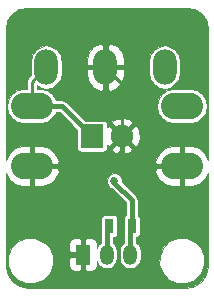
<source format=gtl>
%TF.GenerationSoftware,KiCad,Pcbnew,4.0.7-e2-6376~58~ubuntu16.04.1*%
%TF.CreationDate,2018-01-20T15:33:45+01:00*%
%TF.ProjectId,BasicModule-II,42617369634D6F64756C652D49492E6B,rev?*%
%TF.FileFunction,Copper,L1,Top,Signal*%
%FSLAX46Y46*%
G04 Gerber Fmt 4.6, Leading zero omitted, Abs format (unit mm)*
G04 Created by KiCad (PCBNEW 4.0.7-e2-6376~58~ubuntu16.04.1) date Sat Jan 20 15:33:45 2018*
%MOMM*%
%LPD*%
G01*
G04 APERTURE LIST*
%ADD10C,0.100000*%
%ADD11O,2.000000X3.000000*%
%ADD12R,1.900000X2.000000*%
%ADD13C,1.900000*%
%ADD14O,3.548000X2.272000*%
%ADD15R,1.200000X1.700000*%
%ADD16O,1.200000X1.700000*%
%ADD17R,0.700000X1.300000*%
%ADD18C,0.685800*%
%ADD19C,0.254000*%
%ADD20C,0.400000*%
G04 APERTURE END LIST*
D10*
D11*
X8890000Y-5588000D03*
X13890000Y-5588000D03*
X3890000Y-5588000D03*
D12*
X7747000Y-11430000D03*
D13*
X10287000Y-11430000D03*
D14*
X15367000Y-8890000D03*
X15367000Y-13970000D03*
X2667000Y-8890000D03*
X2667000Y-13970000D03*
D15*
X6985000Y-21463000D03*
D16*
X8985000Y-21463000D03*
X10985000Y-21463000D03*
D17*
X9210000Y-19050000D03*
X11110000Y-19050000D03*
D18*
X9652000Y-15240000D03*
D19*
X10287000Y-11430000D02*
X10287000Y-6985000D01*
X10287000Y-6985000D02*
X8890000Y-5588000D01*
D20*
X6985000Y-21463000D02*
X6985000Y-16002000D01*
X4953000Y-13970000D02*
X2667000Y-13970000D01*
X6985000Y-16002000D02*
X4953000Y-13970000D01*
X2667000Y-13970000D02*
X9017000Y-13970000D01*
X10287000Y-12700000D02*
X10287000Y-11430000D01*
X9017000Y-13970000D02*
X10287000Y-12700000D01*
X15367000Y-13970000D02*
X12827000Y-13970000D01*
X12827000Y-13970000D02*
X10287000Y-11430000D01*
D19*
X2667000Y-13970000D02*
X3302000Y-13970000D01*
X2667000Y-8890000D02*
X2667000Y-6811000D01*
X2667000Y-6811000D02*
X3890000Y-5588000D01*
D20*
X11110000Y-19050000D02*
X11110000Y-16825000D01*
X9652000Y-15367000D02*
X9652000Y-15240000D01*
X11110000Y-16825000D02*
X9652000Y-15367000D01*
X10985000Y-21463000D02*
X10985000Y-19175000D01*
X10985000Y-19175000D02*
X11110000Y-19050000D01*
X2667000Y-8890000D02*
X5207000Y-8890000D01*
X5207000Y-8890000D02*
X7747000Y-11430000D01*
D19*
X10985000Y-19175000D02*
X11110000Y-19050000D01*
D20*
X8985000Y-21463000D02*
X8985000Y-19275000D01*
X8985000Y-19275000D02*
X9210000Y-19050000D01*
D19*
X8985000Y-19275000D02*
X9210000Y-19050000D01*
X9239000Y-21304000D02*
X9239000Y-21463000D01*
D10*
G36*
X16451892Y-713654D02*
X17048623Y-1112377D01*
X17447346Y-1709108D01*
X17593500Y-2443875D01*
X17593500Y-13422196D01*
X17347089Y-12916410D01*
X16841737Y-12483015D01*
X16209000Y-12276000D01*
X15571000Y-12276000D01*
X15571000Y-13766000D01*
X15591000Y-13766000D01*
X15591000Y-14174000D01*
X15571000Y-14174000D01*
X15571000Y-15664000D01*
X16209000Y-15664000D01*
X16841737Y-15456985D01*
X17347089Y-15023590D01*
X17593500Y-14517804D01*
X17593500Y-22439314D01*
X17396318Y-23205633D01*
X16934509Y-23820038D01*
X16272728Y-24210949D01*
X15471888Y-24324500D01*
X2325686Y-24324500D01*
X1559367Y-24127318D01*
X944962Y-23665509D01*
X554051Y-23003728D01*
X461086Y-22348068D01*
X635670Y-22348068D01*
X924926Y-23048121D01*
X1460062Y-23584192D01*
X2159609Y-23874669D01*
X2917068Y-23875330D01*
X3617121Y-23586074D01*
X4153192Y-23050938D01*
X4443669Y-22351391D01*
X4444144Y-21806500D01*
X5827000Y-21806500D01*
X5827000Y-22423993D01*
X5911951Y-22629082D01*
X6068918Y-22786050D01*
X6274007Y-22871000D01*
X6641500Y-22871000D01*
X6781000Y-22731500D01*
X6781000Y-21667000D01*
X5966500Y-21667000D01*
X5827000Y-21806500D01*
X4444144Y-21806500D01*
X4444330Y-21593932D01*
X4155074Y-20893879D01*
X3763886Y-20502007D01*
X5827000Y-20502007D01*
X5827000Y-21119500D01*
X5966500Y-21259000D01*
X6781000Y-21259000D01*
X6781000Y-20194500D01*
X7189000Y-20194500D01*
X7189000Y-21259000D01*
X7209000Y-21259000D01*
X7209000Y-21667000D01*
X7189000Y-21667000D01*
X7189000Y-22731500D01*
X7328500Y-22871000D01*
X7695993Y-22871000D01*
X7901082Y-22786050D01*
X8058049Y-22629082D01*
X8143000Y-22423993D01*
X8143000Y-22047303D01*
X8149813Y-22081554D01*
X8345775Y-22374833D01*
X8639054Y-22570795D01*
X8985000Y-22639608D01*
X9330946Y-22570795D01*
X9624225Y-22374833D01*
X9820187Y-22081554D01*
X9889000Y-21735608D01*
X9889000Y-21190392D01*
X9820187Y-20844446D01*
X9624225Y-20551167D01*
X9489000Y-20460813D01*
X9489000Y-20009955D01*
X9560000Y-20009955D01*
X9672655Y-19988757D01*
X9776123Y-19922178D01*
X9845535Y-19820590D01*
X9869955Y-19700000D01*
X9869955Y-18400000D01*
X9848757Y-18287345D01*
X9782178Y-18183877D01*
X9680590Y-18114465D01*
X9560000Y-18090045D01*
X8860000Y-18090045D01*
X8747345Y-18111243D01*
X8643877Y-18177822D01*
X8574465Y-18279410D01*
X8550045Y-18400000D01*
X8550045Y-19036211D01*
X8519365Y-19082127D01*
X8481000Y-19275000D01*
X8481000Y-20460813D01*
X8345775Y-20551167D01*
X8149813Y-20844446D01*
X8143000Y-20878697D01*
X8143000Y-20502007D01*
X8058049Y-20296918D01*
X7901082Y-20139950D01*
X7695993Y-20055000D01*
X7328500Y-20055000D01*
X7189000Y-20194500D01*
X6781000Y-20194500D01*
X6641500Y-20055000D01*
X6274007Y-20055000D01*
X6068918Y-20139950D01*
X5911951Y-20296918D01*
X5827000Y-20502007D01*
X3763886Y-20502007D01*
X3619938Y-20357808D01*
X2920391Y-20067331D01*
X2162932Y-20066670D01*
X1462879Y-20355926D01*
X926808Y-20891062D01*
X636331Y-21590609D01*
X635670Y-22348068D01*
X461086Y-22348068D01*
X440500Y-22202888D01*
X440500Y-14517804D01*
X686911Y-15023590D01*
X1192263Y-15456985D01*
X1825000Y-15664000D01*
X2463000Y-15664000D01*
X2463000Y-14174000D01*
X2871000Y-14174000D01*
X2871000Y-15664000D01*
X3509000Y-15664000D01*
X4141737Y-15456985D01*
X4245365Y-15368112D01*
X9004987Y-15368112D01*
X9103265Y-15605961D01*
X9285082Y-15788096D01*
X9413766Y-15841530D01*
X10606000Y-17033764D01*
X10606000Y-18137847D01*
X10543877Y-18177822D01*
X10474465Y-18279410D01*
X10450045Y-18400000D01*
X10450045Y-19700000D01*
X10471243Y-19812655D01*
X10481000Y-19827818D01*
X10481000Y-20460813D01*
X10345775Y-20551167D01*
X10149813Y-20844446D01*
X10081000Y-21190392D01*
X10081000Y-21735608D01*
X10149813Y-22081554D01*
X10345775Y-22374833D01*
X10639054Y-22570795D01*
X10985000Y-22639608D01*
X11330946Y-22570795D01*
X11624225Y-22374833D01*
X11642108Y-22348068D01*
X13462670Y-22348068D01*
X13751926Y-23048121D01*
X14287062Y-23584192D01*
X14986609Y-23874669D01*
X15744068Y-23875330D01*
X16444121Y-23586074D01*
X16980192Y-23050938D01*
X17270669Y-22351391D01*
X17271330Y-21593932D01*
X16982074Y-20893879D01*
X16446938Y-20357808D01*
X15747391Y-20067331D01*
X14989932Y-20066670D01*
X14289879Y-20355926D01*
X13753808Y-20891062D01*
X13463331Y-21590609D01*
X13462670Y-22348068D01*
X11642108Y-22348068D01*
X11820187Y-22081554D01*
X11889000Y-21735608D01*
X11889000Y-21190392D01*
X11820187Y-20844446D01*
X11624225Y-20551167D01*
X11489000Y-20460813D01*
X11489000Y-20004498D01*
X11572655Y-19988757D01*
X11676123Y-19922178D01*
X11745535Y-19820590D01*
X11769955Y-19700000D01*
X11769955Y-18400000D01*
X11748757Y-18287345D01*
X11682178Y-18183877D01*
X11614000Y-18137293D01*
X11614000Y-16825000D01*
X11575635Y-16632128D01*
X11575635Y-16632127D01*
X11466382Y-16468618D01*
X10298848Y-15301084D01*
X10299013Y-15111888D01*
X10200735Y-14874039D01*
X10018918Y-14691904D01*
X9781241Y-14593212D01*
X9523888Y-14592987D01*
X9286039Y-14691265D01*
X9103904Y-14873082D01*
X9005212Y-15110759D01*
X9004987Y-15368112D01*
X4245365Y-15368112D01*
X4647089Y-15023590D01*
X4934055Y-14434560D01*
X13099945Y-14434560D01*
X13386911Y-15023590D01*
X13892263Y-15456985D01*
X14525000Y-15664000D01*
X15163000Y-15664000D01*
X15163000Y-14174000D01*
X13187944Y-14174000D01*
X13099945Y-14434560D01*
X4934055Y-14434560D01*
X4846056Y-14174000D01*
X2871000Y-14174000D01*
X2463000Y-14174000D01*
X2443000Y-14174000D01*
X2443000Y-13766000D01*
X2463000Y-13766000D01*
X2463000Y-12276000D01*
X2871000Y-12276000D01*
X2871000Y-13766000D01*
X4846056Y-13766000D01*
X4934055Y-13505440D01*
X13099945Y-13505440D01*
X13187944Y-13766000D01*
X15163000Y-13766000D01*
X15163000Y-12276000D01*
X14525000Y-12276000D01*
X13892263Y-12483015D01*
X13386911Y-12916410D01*
X13099945Y-13505440D01*
X4934055Y-13505440D01*
X4647089Y-12916410D01*
X4141737Y-12483015D01*
X3509000Y-12276000D01*
X2871000Y-12276000D01*
X2463000Y-12276000D01*
X1825000Y-12276000D01*
X1192263Y-12483015D01*
X686911Y-12916410D01*
X440500Y-13422196D01*
X440500Y-8890000D01*
X548290Y-8890000D01*
X657903Y-9441064D01*
X970056Y-9908234D01*
X1437226Y-10220387D01*
X1988290Y-10330000D01*
X3345710Y-10330000D01*
X3896774Y-10220387D01*
X4363944Y-9908234D01*
X4676097Y-9441064D01*
X4685459Y-9394000D01*
X4998236Y-9394000D01*
X6487045Y-10882809D01*
X6487045Y-12430000D01*
X6508243Y-12542655D01*
X6574822Y-12646123D01*
X6676410Y-12715535D01*
X6797000Y-12739955D01*
X8697000Y-12739955D01*
X8809655Y-12718757D01*
X8913123Y-12652178D01*
X8981411Y-12552234D01*
X9453265Y-12552234D01*
X9556284Y-12782810D01*
X10129605Y-12959466D01*
X10726888Y-12903275D01*
X11017716Y-12782810D01*
X11120735Y-12552234D01*
X10287000Y-11718500D01*
X9453265Y-12552234D01*
X8981411Y-12552234D01*
X8982535Y-12550590D01*
X9006955Y-12430000D01*
X9006955Y-12193227D01*
X9164766Y-12263735D01*
X9998500Y-11430000D01*
X10575500Y-11430000D01*
X11409234Y-12263735D01*
X11639810Y-12160716D01*
X11816466Y-11587395D01*
X11760275Y-10990112D01*
X11639810Y-10699284D01*
X11409234Y-10596265D01*
X10575500Y-11430000D01*
X9998500Y-11430000D01*
X9164766Y-10596265D01*
X9006955Y-10666773D01*
X9006955Y-10430000D01*
X8985757Y-10317345D01*
X8979594Y-10307766D01*
X9453265Y-10307766D01*
X10287000Y-11141500D01*
X11120735Y-10307766D01*
X11017716Y-10077190D01*
X10444395Y-9900534D01*
X9847112Y-9956725D01*
X9556284Y-10077190D01*
X9453265Y-10307766D01*
X8979594Y-10307766D01*
X8919178Y-10213877D01*
X8817590Y-10144465D01*
X8697000Y-10120045D01*
X7149809Y-10120045D01*
X5919764Y-8890000D01*
X13248290Y-8890000D01*
X13357903Y-9441064D01*
X13670056Y-9908234D01*
X14137226Y-10220387D01*
X14688290Y-10330000D01*
X16045710Y-10330000D01*
X16596774Y-10220387D01*
X17063944Y-9908234D01*
X17376097Y-9441064D01*
X17485710Y-8890000D01*
X17376097Y-8338936D01*
X17063944Y-7871766D01*
X16596774Y-7559613D01*
X16045710Y-7450000D01*
X14688290Y-7450000D01*
X14137226Y-7559613D01*
X13670056Y-7871766D01*
X13357903Y-8338936D01*
X13248290Y-8890000D01*
X5919764Y-8890000D01*
X5563382Y-8533618D01*
X5399873Y-8424365D01*
X5207000Y-8386000D01*
X4685459Y-8386000D01*
X4676097Y-8338936D01*
X4363944Y-7871766D01*
X3896774Y-7559613D01*
X3345710Y-7450000D01*
X3098000Y-7450000D01*
X3098000Y-7132317D01*
X3390981Y-7328081D01*
X3890000Y-7427342D01*
X4389019Y-7328081D01*
X4812067Y-7045409D01*
X5094739Y-6622361D01*
X5194000Y-6123342D01*
X5194000Y-5792000D01*
X7332000Y-5792000D01*
X7332000Y-6292000D01*
X7528663Y-6872692D01*
X7932577Y-7333922D01*
X8446885Y-7581658D01*
X8686000Y-7491754D01*
X8686000Y-5792000D01*
X9094000Y-5792000D01*
X9094000Y-7491754D01*
X9333115Y-7581658D01*
X9847423Y-7333922D01*
X10251337Y-6872692D01*
X10448000Y-6292000D01*
X10448000Y-5792000D01*
X9094000Y-5792000D01*
X8686000Y-5792000D01*
X7332000Y-5792000D01*
X5194000Y-5792000D01*
X5194000Y-5052658D01*
X5160452Y-4884000D01*
X7332000Y-4884000D01*
X7332000Y-5384000D01*
X8686000Y-5384000D01*
X8686000Y-3684246D01*
X9094000Y-3684246D01*
X9094000Y-5384000D01*
X10448000Y-5384000D01*
X10448000Y-5052658D01*
X12586000Y-5052658D01*
X12586000Y-6123342D01*
X12685261Y-6622361D01*
X12967933Y-7045409D01*
X13390981Y-7328081D01*
X13890000Y-7427342D01*
X14389019Y-7328081D01*
X14812067Y-7045409D01*
X15094739Y-6622361D01*
X15194000Y-6123342D01*
X15194000Y-5052658D01*
X15094739Y-4553639D01*
X14812067Y-4130591D01*
X14389019Y-3847919D01*
X13890000Y-3748658D01*
X13390981Y-3847919D01*
X12967933Y-4130591D01*
X12685261Y-4553639D01*
X12586000Y-5052658D01*
X10448000Y-5052658D01*
X10448000Y-4884000D01*
X10251337Y-4303308D01*
X9847423Y-3842078D01*
X9333115Y-3594342D01*
X9094000Y-3684246D01*
X8686000Y-3684246D01*
X8446885Y-3594342D01*
X7932577Y-3842078D01*
X7528663Y-4303308D01*
X7332000Y-4884000D01*
X5160452Y-4884000D01*
X5094739Y-4553639D01*
X4812067Y-4130591D01*
X4389019Y-3847919D01*
X3890000Y-3748658D01*
X3390981Y-3847919D01*
X2967933Y-4130591D01*
X2685261Y-4553639D01*
X2586000Y-5052658D01*
X2586000Y-6123342D01*
X2612402Y-6256072D01*
X2362237Y-6506237D01*
X2268808Y-6646063D01*
X2236000Y-6811000D01*
X2236000Y-7450000D01*
X1988290Y-7450000D01*
X1437226Y-7559613D01*
X970056Y-7871766D01*
X657903Y-8338936D01*
X548290Y-8890000D01*
X440500Y-8890000D01*
X440500Y-2443876D01*
X586654Y-1709108D01*
X985377Y-1112377D01*
X1582108Y-713654D01*
X2316875Y-567500D01*
X15717124Y-567500D01*
X16451892Y-713654D01*
X16451892Y-713654D01*
G37*
X16451892Y-713654D02*
X17048623Y-1112377D01*
X17447346Y-1709108D01*
X17593500Y-2443875D01*
X17593500Y-13422196D01*
X17347089Y-12916410D01*
X16841737Y-12483015D01*
X16209000Y-12276000D01*
X15571000Y-12276000D01*
X15571000Y-13766000D01*
X15591000Y-13766000D01*
X15591000Y-14174000D01*
X15571000Y-14174000D01*
X15571000Y-15664000D01*
X16209000Y-15664000D01*
X16841737Y-15456985D01*
X17347089Y-15023590D01*
X17593500Y-14517804D01*
X17593500Y-22439314D01*
X17396318Y-23205633D01*
X16934509Y-23820038D01*
X16272728Y-24210949D01*
X15471888Y-24324500D01*
X2325686Y-24324500D01*
X1559367Y-24127318D01*
X944962Y-23665509D01*
X554051Y-23003728D01*
X461086Y-22348068D01*
X635670Y-22348068D01*
X924926Y-23048121D01*
X1460062Y-23584192D01*
X2159609Y-23874669D01*
X2917068Y-23875330D01*
X3617121Y-23586074D01*
X4153192Y-23050938D01*
X4443669Y-22351391D01*
X4444144Y-21806500D01*
X5827000Y-21806500D01*
X5827000Y-22423993D01*
X5911951Y-22629082D01*
X6068918Y-22786050D01*
X6274007Y-22871000D01*
X6641500Y-22871000D01*
X6781000Y-22731500D01*
X6781000Y-21667000D01*
X5966500Y-21667000D01*
X5827000Y-21806500D01*
X4444144Y-21806500D01*
X4444330Y-21593932D01*
X4155074Y-20893879D01*
X3763886Y-20502007D01*
X5827000Y-20502007D01*
X5827000Y-21119500D01*
X5966500Y-21259000D01*
X6781000Y-21259000D01*
X6781000Y-20194500D01*
X7189000Y-20194500D01*
X7189000Y-21259000D01*
X7209000Y-21259000D01*
X7209000Y-21667000D01*
X7189000Y-21667000D01*
X7189000Y-22731500D01*
X7328500Y-22871000D01*
X7695993Y-22871000D01*
X7901082Y-22786050D01*
X8058049Y-22629082D01*
X8143000Y-22423993D01*
X8143000Y-22047303D01*
X8149813Y-22081554D01*
X8345775Y-22374833D01*
X8639054Y-22570795D01*
X8985000Y-22639608D01*
X9330946Y-22570795D01*
X9624225Y-22374833D01*
X9820187Y-22081554D01*
X9889000Y-21735608D01*
X9889000Y-21190392D01*
X9820187Y-20844446D01*
X9624225Y-20551167D01*
X9489000Y-20460813D01*
X9489000Y-20009955D01*
X9560000Y-20009955D01*
X9672655Y-19988757D01*
X9776123Y-19922178D01*
X9845535Y-19820590D01*
X9869955Y-19700000D01*
X9869955Y-18400000D01*
X9848757Y-18287345D01*
X9782178Y-18183877D01*
X9680590Y-18114465D01*
X9560000Y-18090045D01*
X8860000Y-18090045D01*
X8747345Y-18111243D01*
X8643877Y-18177822D01*
X8574465Y-18279410D01*
X8550045Y-18400000D01*
X8550045Y-19036211D01*
X8519365Y-19082127D01*
X8481000Y-19275000D01*
X8481000Y-20460813D01*
X8345775Y-20551167D01*
X8149813Y-20844446D01*
X8143000Y-20878697D01*
X8143000Y-20502007D01*
X8058049Y-20296918D01*
X7901082Y-20139950D01*
X7695993Y-20055000D01*
X7328500Y-20055000D01*
X7189000Y-20194500D01*
X6781000Y-20194500D01*
X6641500Y-20055000D01*
X6274007Y-20055000D01*
X6068918Y-20139950D01*
X5911951Y-20296918D01*
X5827000Y-20502007D01*
X3763886Y-20502007D01*
X3619938Y-20357808D01*
X2920391Y-20067331D01*
X2162932Y-20066670D01*
X1462879Y-20355926D01*
X926808Y-20891062D01*
X636331Y-21590609D01*
X635670Y-22348068D01*
X461086Y-22348068D01*
X440500Y-22202888D01*
X440500Y-14517804D01*
X686911Y-15023590D01*
X1192263Y-15456985D01*
X1825000Y-15664000D01*
X2463000Y-15664000D01*
X2463000Y-14174000D01*
X2871000Y-14174000D01*
X2871000Y-15664000D01*
X3509000Y-15664000D01*
X4141737Y-15456985D01*
X4245365Y-15368112D01*
X9004987Y-15368112D01*
X9103265Y-15605961D01*
X9285082Y-15788096D01*
X9413766Y-15841530D01*
X10606000Y-17033764D01*
X10606000Y-18137847D01*
X10543877Y-18177822D01*
X10474465Y-18279410D01*
X10450045Y-18400000D01*
X10450045Y-19700000D01*
X10471243Y-19812655D01*
X10481000Y-19827818D01*
X10481000Y-20460813D01*
X10345775Y-20551167D01*
X10149813Y-20844446D01*
X10081000Y-21190392D01*
X10081000Y-21735608D01*
X10149813Y-22081554D01*
X10345775Y-22374833D01*
X10639054Y-22570795D01*
X10985000Y-22639608D01*
X11330946Y-22570795D01*
X11624225Y-22374833D01*
X11642108Y-22348068D01*
X13462670Y-22348068D01*
X13751926Y-23048121D01*
X14287062Y-23584192D01*
X14986609Y-23874669D01*
X15744068Y-23875330D01*
X16444121Y-23586074D01*
X16980192Y-23050938D01*
X17270669Y-22351391D01*
X17271330Y-21593932D01*
X16982074Y-20893879D01*
X16446938Y-20357808D01*
X15747391Y-20067331D01*
X14989932Y-20066670D01*
X14289879Y-20355926D01*
X13753808Y-20891062D01*
X13463331Y-21590609D01*
X13462670Y-22348068D01*
X11642108Y-22348068D01*
X11820187Y-22081554D01*
X11889000Y-21735608D01*
X11889000Y-21190392D01*
X11820187Y-20844446D01*
X11624225Y-20551167D01*
X11489000Y-20460813D01*
X11489000Y-20004498D01*
X11572655Y-19988757D01*
X11676123Y-19922178D01*
X11745535Y-19820590D01*
X11769955Y-19700000D01*
X11769955Y-18400000D01*
X11748757Y-18287345D01*
X11682178Y-18183877D01*
X11614000Y-18137293D01*
X11614000Y-16825000D01*
X11575635Y-16632128D01*
X11575635Y-16632127D01*
X11466382Y-16468618D01*
X10298848Y-15301084D01*
X10299013Y-15111888D01*
X10200735Y-14874039D01*
X10018918Y-14691904D01*
X9781241Y-14593212D01*
X9523888Y-14592987D01*
X9286039Y-14691265D01*
X9103904Y-14873082D01*
X9005212Y-15110759D01*
X9004987Y-15368112D01*
X4245365Y-15368112D01*
X4647089Y-15023590D01*
X4934055Y-14434560D01*
X13099945Y-14434560D01*
X13386911Y-15023590D01*
X13892263Y-15456985D01*
X14525000Y-15664000D01*
X15163000Y-15664000D01*
X15163000Y-14174000D01*
X13187944Y-14174000D01*
X13099945Y-14434560D01*
X4934055Y-14434560D01*
X4846056Y-14174000D01*
X2871000Y-14174000D01*
X2463000Y-14174000D01*
X2443000Y-14174000D01*
X2443000Y-13766000D01*
X2463000Y-13766000D01*
X2463000Y-12276000D01*
X2871000Y-12276000D01*
X2871000Y-13766000D01*
X4846056Y-13766000D01*
X4934055Y-13505440D01*
X13099945Y-13505440D01*
X13187944Y-13766000D01*
X15163000Y-13766000D01*
X15163000Y-12276000D01*
X14525000Y-12276000D01*
X13892263Y-12483015D01*
X13386911Y-12916410D01*
X13099945Y-13505440D01*
X4934055Y-13505440D01*
X4647089Y-12916410D01*
X4141737Y-12483015D01*
X3509000Y-12276000D01*
X2871000Y-12276000D01*
X2463000Y-12276000D01*
X1825000Y-12276000D01*
X1192263Y-12483015D01*
X686911Y-12916410D01*
X440500Y-13422196D01*
X440500Y-8890000D01*
X548290Y-8890000D01*
X657903Y-9441064D01*
X970056Y-9908234D01*
X1437226Y-10220387D01*
X1988290Y-10330000D01*
X3345710Y-10330000D01*
X3896774Y-10220387D01*
X4363944Y-9908234D01*
X4676097Y-9441064D01*
X4685459Y-9394000D01*
X4998236Y-9394000D01*
X6487045Y-10882809D01*
X6487045Y-12430000D01*
X6508243Y-12542655D01*
X6574822Y-12646123D01*
X6676410Y-12715535D01*
X6797000Y-12739955D01*
X8697000Y-12739955D01*
X8809655Y-12718757D01*
X8913123Y-12652178D01*
X8981411Y-12552234D01*
X9453265Y-12552234D01*
X9556284Y-12782810D01*
X10129605Y-12959466D01*
X10726888Y-12903275D01*
X11017716Y-12782810D01*
X11120735Y-12552234D01*
X10287000Y-11718500D01*
X9453265Y-12552234D01*
X8981411Y-12552234D01*
X8982535Y-12550590D01*
X9006955Y-12430000D01*
X9006955Y-12193227D01*
X9164766Y-12263735D01*
X9998500Y-11430000D01*
X10575500Y-11430000D01*
X11409234Y-12263735D01*
X11639810Y-12160716D01*
X11816466Y-11587395D01*
X11760275Y-10990112D01*
X11639810Y-10699284D01*
X11409234Y-10596265D01*
X10575500Y-11430000D01*
X9998500Y-11430000D01*
X9164766Y-10596265D01*
X9006955Y-10666773D01*
X9006955Y-10430000D01*
X8985757Y-10317345D01*
X8979594Y-10307766D01*
X9453265Y-10307766D01*
X10287000Y-11141500D01*
X11120735Y-10307766D01*
X11017716Y-10077190D01*
X10444395Y-9900534D01*
X9847112Y-9956725D01*
X9556284Y-10077190D01*
X9453265Y-10307766D01*
X8979594Y-10307766D01*
X8919178Y-10213877D01*
X8817590Y-10144465D01*
X8697000Y-10120045D01*
X7149809Y-10120045D01*
X5919764Y-8890000D01*
X13248290Y-8890000D01*
X13357903Y-9441064D01*
X13670056Y-9908234D01*
X14137226Y-10220387D01*
X14688290Y-10330000D01*
X16045710Y-10330000D01*
X16596774Y-10220387D01*
X17063944Y-9908234D01*
X17376097Y-9441064D01*
X17485710Y-8890000D01*
X17376097Y-8338936D01*
X17063944Y-7871766D01*
X16596774Y-7559613D01*
X16045710Y-7450000D01*
X14688290Y-7450000D01*
X14137226Y-7559613D01*
X13670056Y-7871766D01*
X13357903Y-8338936D01*
X13248290Y-8890000D01*
X5919764Y-8890000D01*
X5563382Y-8533618D01*
X5399873Y-8424365D01*
X5207000Y-8386000D01*
X4685459Y-8386000D01*
X4676097Y-8338936D01*
X4363944Y-7871766D01*
X3896774Y-7559613D01*
X3345710Y-7450000D01*
X3098000Y-7450000D01*
X3098000Y-7132317D01*
X3390981Y-7328081D01*
X3890000Y-7427342D01*
X4389019Y-7328081D01*
X4812067Y-7045409D01*
X5094739Y-6622361D01*
X5194000Y-6123342D01*
X5194000Y-5792000D01*
X7332000Y-5792000D01*
X7332000Y-6292000D01*
X7528663Y-6872692D01*
X7932577Y-7333922D01*
X8446885Y-7581658D01*
X8686000Y-7491754D01*
X8686000Y-5792000D01*
X9094000Y-5792000D01*
X9094000Y-7491754D01*
X9333115Y-7581658D01*
X9847423Y-7333922D01*
X10251337Y-6872692D01*
X10448000Y-6292000D01*
X10448000Y-5792000D01*
X9094000Y-5792000D01*
X8686000Y-5792000D01*
X7332000Y-5792000D01*
X5194000Y-5792000D01*
X5194000Y-5052658D01*
X5160452Y-4884000D01*
X7332000Y-4884000D01*
X7332000Y-5384000D01*
X8686000Y-5384000D01*
X8686000Y-3684246D01*
X9094000Y-3684246D01*
X9094000Y-5384000D01*
X10448000Y-5384000D01*
X10448000Y-5052658D01*
X12586000Y-5052658D01*
X12586000Y-6123342D01*
X12685261Y-6622361D01*
X12967933Y-7045409D01*
X13390981Y-7328081D01*
X13890000Y-7427342D01*
X14389019Y-7328081D01*
X14812067Y-7045409D01*
X15094739Y-6622361D01*
X15194000Y-6123342D01*
X15194000Y-5052658D01*
X15094739Y-4553639D01*
X14812067Y-4130591D01*
X14389019Y-3847919D01*
X13890000Y-3748658D01*
X13390981Y-3847919D01*
X12967933Y-4130591D01*
X12685261Y-4553639D01*
X12586000Y-5052658D01*
X10448000Y-5052658D01*
X10448000Y-4884000D01*
X10251337Y-4303308D01*
X9847423Y-3842078D01*
X9333115Y-3594342D01*
X9094000Y-3684246D01*
X8686000Y-3684246D01*
X8446885Y-3594342D01*
X7932577Y-3842078D01*
X7528663Y-4303308D01*
X7332000Y-4884000D01*
X5160452Y-4884000D01*
X5094739Y-4553639D01*
X4812067Y-4130591D01*
X4389019Y-3847919D01*
X3890000Y-3748658D01*
X3390981Y-3847919D01*
X2967933Y-4130591D01*
X2685261Y-4553639D01*
X2586000Y-5052658D01*
X2586000Y-6123342D01*
X2612402Y-6256072D01*
X2362237Y-6506237D01*
X2268808Y-6646063D01*
X2236000Y-6811000D01*
X2236000Y-7450000D01*
X1988290Y-7450000D01*
X1437226Y-7559613D01*
X970056Y-7871766D01*
X657903Y-8338936D01*
X548290Y-8890000D01*
X440500Y-8890000D01*
X440500Y-2443876D01*
X586654Y-1709108D01*
X985377Y-1112377D01*
X1582108Y-713654D01*
X2316875Y-567500D01*
X15717124Y-567500D01*
X16451892Y-713654D01*
M02*

</source>
